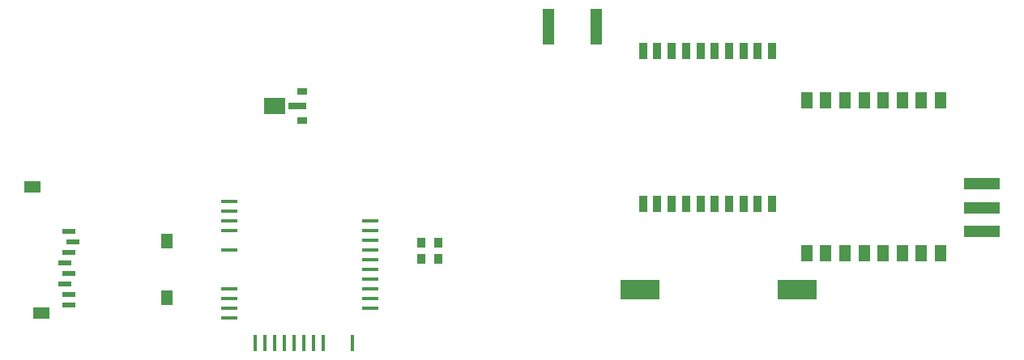
<source format=gbr>
G04 #@! TF.GenerationSoftware,KiCad,Pcbnew,5.0.1-33cea8e~67~ubuntu18.04.1*
G04 #@! TF.CreationDate,2018-11-07T11:44:28-08:00*
G04 #@! TF.ProjectId,fk-core,666B2D636F72652E6B696361645F7063,0.1*
G04 #@! TF.SameCoordinates,PX791ddc0PY791ddc0*
G04 #@! TF.FileFunction,Paste,Bot*
G04 #@! TF.FilePolarity,Positive*
%FSLAX46Y46*%
G04 Gerber Fmt 4.6, Leading zero omitted, Abs format (unit mm)*
G04 Created by KiCad (PCBNEW 5.0.1-33cea8e~67~ubuntu18.04.1) date Wed 07 Nov 2018 11:44:28 AM PST*
%MOMM*%
%LPD*%
G01*
G04 APERTURE LIST*
%ADD10R,1.348740X0.628650*%
%ADD11R,1.259586X1.618488*%
%ADD12R,1.709928X1.259586*%
%ADD13R,0.360000X1.710000*%
%ADD14R,1.710000X0.360000*%
%ADD15R,0.900684X1.799082*%
%ADD16R,4.050000X2.070000*%
%ADD17R,3.780000X1.143000*%
%ADD18R,1.143000X3.780000*%
%ADD19R,1.170000X1.800000*%
%ADD20R,1.080000X0.720000*%
%ADD21R,1.980000X0.720000*%
%ADD22R,2.250000X1.800000*%
%ADD23R,0.900000X0.990000*%
G04 APERTURE END LIST*
D10*
G04 #@! TO.C,M7*
X-47726600Y-5715000D03*
X-47327820Y-6814820D03*
X-47726600Y-7914640D03*
X-48127920Y-9014460D03*
X-47726600Y-10114280D03*
X-48127920Y-11216640D03*
X-47726600Y-12316460D03*
X-47726600Y-13416280D03*
D11*
X-37528500Y-12715240D03*
X-37528500Y-6715760D03*
D12*
X-50627280Y-14315440D03*
X-51528980Y-1115060D03*
G04 #@! TD*
D13*
G04 #@! TO.C,U1*
X-21182330Y-17449800D03*
X-22198330Y-17449800D03*
X-23214331Y-17449800D03*
X-24230331Y-17449800D03*
X-25246330Y-17449800D03*
X-26262330Y-17449800D03*
X-27278330Y-17449800D03*
X-28294330Y-17449800D03*
X-18134330Y-17449800D03*
D14*
X-30964730Y-11730350D03*
X-30964730Y-12746350D03*
X-30964730Y-13762350D03*
X-30964730Y-14778350D03*
X-30964730Y-7666350D03*
X-30964730Y-5634347D03*
X-30964730Y-4618350D03*
X-30964730Y-3602350D03*
X-30964730Y-2586350D03*
X-16234460Y-13770570D03*
X-16234460Y-12754570D03*
X-16234460Y-11738570D03*
X-16234460Y-10722570D03*
X-16234460Y-9706570D03*
X-16234460Y-8690570D03*
X-16234460Y-7674570D03*
X-16234460Y-6658566D03*
X-16234460Y-5642566D03*
X-16234460Y-4626570D03*
G04 #@! TD*
D15*
G04 #@! TO.C,U10*
X25763220Y-2895600D03*
X24264620Y-2895600D03*
X22763480Y-2895600D03*
X21264880Y-2895600D03*
X19763740Y-2895600D03*
X18265140Y-2895600D03*
X16764000Y-2895600D03*
X15265400Y-2895600D03*
X13764260Y-2895600D03*
X12265660Y-2895600D03*
X12265660Y13106400D03*
X13764260Y13106400D03*
X15265400Y13106400D03*
X16764000Y13106400D03*
X18265140Y13106400D03*
X19763740Y13106400D03*
X21264880Y13106400D03*
X22763480Y13106400D03*
X24264620Y13106400D03*
X25763220Y13106400D03*
G04 #@! TD*
D16*
G04 #@! TO.C,BT1*
X28355000Y-11811000D03*
X11955000Y-11811000D03*
G04 #@! TD*
D17*
G04 #@! TO.C,J1*
X47669200Y-3251200D03*
X47669200Y-751200D03*
X47669200Y-5751200D03*
G04 #@! TD*
D18*
G04 #@! TO.C,J11*
X2375400Y15709900D03*
X7375400Y15709900D03*
G04 #@! TD*
D19*
G04 #@! TO.C,U3*
X29372800Y7936500D03*
X31372800Y7936500D03*
X33372800Y7936500D03*
X35372800Y7936500D03*
X37372800Y7936500D03*
X39372800Y7936500D03*
X41372800Y7936500D03*
X43372800Y7936500D03*
X43372800Y-8063500D03*
X41372800Y-8063500D03*
X39372800Y-8063500D03*
X37372800Y-8063500D03*
X35372800Y-8063500D03*
X33372800Y-8063500D03*
X31372800Y-8063500D03*
X29372800Y-8063500D03*
G04 #@! TD*
D20*
G04 #@! TO.C,U14*
X-23345200Y8866000D03*
D21*
X-23845200Y7366000D03*
D20*
X-23345200Y5866000D03*
D22*
X-26195200Y7366000D03*
G04 #@! TD*
D23*
G04 #@! TO.C,R15*
X-10922000Y-6897000D03*
X-10922000Y-8597000D03*
G04 #@! TD*
G04 #@! TO.C,R16*
X-9144000Y-8597000D03*
X-9144000Y-6897000D03*
G04 #@! TD*
M02*

</source>
